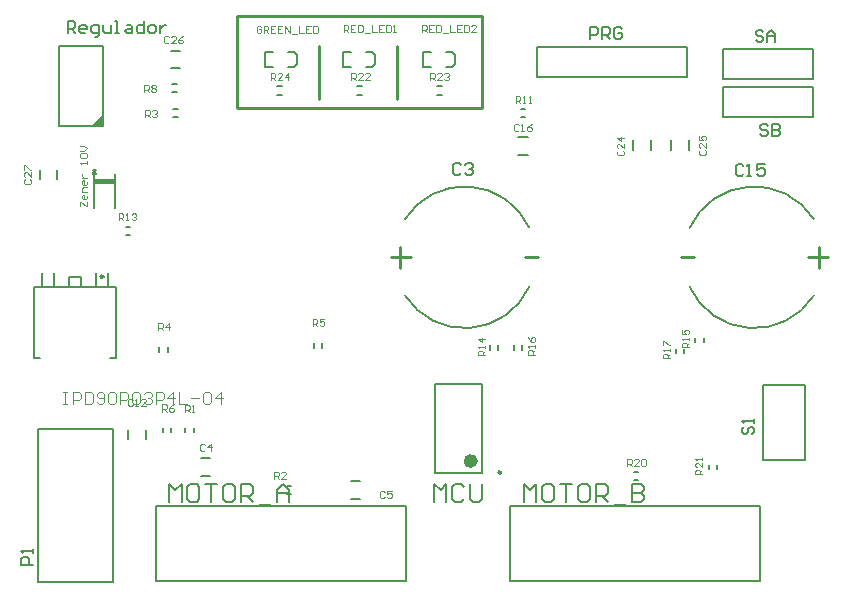
<source format=gbr>
G04 Layer_Color=65535*
%FSLAX42Y42*%
%MOMM*%
%TF.FileFunction,Legend,Top*%
%TF.Part,Single*%
G01*
G75*
%TA.AperFunction,NonConductor*%
%ADD44C,0.25*%
%ADD45C,0.20*%
%ADD46C,0.12*%
%ADD70C,0.60*%
%ADD71C,0.13*%
%ADD72C,0.25*%
%ADD73C,0.15*%
G36*
X735Y4040D02*
X635D01*
X735Y4140D01*
Y4040D01*
D02*
G37*
D44*
X4108Y1105D02*
G03*
X4108Y1105I-12J0D01*
G01*
X741Y2760D02*
G03*
X741Y2760I-12J0D01*
G01*
D45*
X4346Y3175D02*
G03*
X3294Y3248I-546J-250D01*
G01*
Y2602D02*
G03*
X4346Y2675I506J323D01*
G01*
X6756Y3248D02*
G03*
X5704Y3175I-506J-323D01*
G01*
Y2675D02*
G03*
X6756Y2602I546J250D01*
G01*
X6678Y1207D02*
Y1842D01*
X6322D02*
X6678D01*
X6322Y1207D02*
Y1842D01*
Y1207D02*
X6678D01*
X5700Y3835D02*
Y3915D01*
X5550Y3835D02*
Y3915D01*
X5375Y3835D02*
Y3915D01*
X5225Y3835D02*
Y3915D01*
X3550Y1850D02*
X3950D01*
X3550Y1100D02*
X3950D01*
X3550D02*
Y1850D01*
X3950Y1100D02*
Y1850D01*
X2211Y4372D02*
X2251D01*
X2211Y4303D02*
X2251D01*
X5865Y1130D02*
Y1170D01*
X5935Y1130D02*
Y1170D01*
X5230Y1110D02*
X5270D01*
X5230Y1040D02*
X5270D01*
X5988Y4365D02*
X6750D01*
X5988Y4110D02*
Y4365D01*
Y4110D02*
X6750D01*
Y4365D01*
X6747Y4435D02*
Y4690D01*
X5985Y4435D02*
X6747D01*
X5985D02*
Y4690D01*
X6747D01*
X2773Y4663D02*
X2836D01*
X2773Y4537D02*
Y4663D01*
Y4537D02*
X2836D01*
X2964Y4663D02*
X3014D01*
X3040Y4638D01*
Y4562D02*
Y4638D01*
X3014Y4537D02*
X3040Y4562D01*
X2964Y4537D02*
X3014D01*
X3638D02*
X3689D01*
X3715Y4562D01*
Y4638D01*
X3689Y4663D02*
X3715Y4638D01*
X3638Y4663D02*
X3689D01*
X3448Y4537D02*
X3512D01*
X3448D02*
Y4663D01*
X3512D01*
X2303Y4537D02*
X2354D01*
X2380Y4562D01*
Y4638D01*
X2354Y4663D02*
X2380Y4638D01*
X2303Y4663D02*
X2354D01*
X2113Y4537D02*
X2176D01*
X2113D02*
Y4663D01*
X2176D01*
X5681Y4448D02*
Y4702D01*
X4411Y4448D02*
X5681D01*
X4411Y4702D02*
X5681D01*
X4411Y4448D02*
Y4702D01*
X1310Y4675D02*
X1390D01*
X1310Y4525D02*
X1390D01*
X735Y4040D02*
Y4710D01*
X365D02*
X735D01*
X365Y4040D02*
Y4710D01*
Y4040D02*
X735D01*
X183Y179D02*
X818D01*
X183D02*
Y1474D01*
X818D01*
Y179D02*
Y1474D01*
X4183Y818D02*
X6300D01*
X4183Y183D02*
Y818D01*
Y183D02*
X6300D01*
Y818D01*
X3300Y183D02*
Y818D01*
X1182Y183D02*
X3300D01*
X1182D02*
Y818D01*
X3300D01*
X1246Y1443D02*
Y1482D01*
X1316Y1443D02*
Y1482D01*
X950Y1385D02*
Y1465D01*
X1100Y1385D02*
Y1465D01*
X1434Y1443D02*
Y1482D01*
X1504Y1443D02*
Y1482D01*
X1566Y1225D02*
X1646D01*
X1566Y1075D02*
X1646D01*
X1215Y2124D02*
Y2164D01*
X1285Y2124D02*
Y2164D01*
X2833Y881D02*
X2912D01*
X2833Y1031D02*
X2912D01*
X2292Y991D02*
X2333D01*
X2292Y921D02*
X2333D01*
X5590Y2111D02*
Y2151D01*
X5660Y2111D02*
Y2151D01*
X5753Y2205D02*
Y2245D01*
X5822Y2205D02*
Y2245D01*
X4015Y2142D02*
Y2183D01*
X4085Y2142D02*
Y2183D01*
X4215Y2142D02*
Y2183D01*
X4285Y2142D02*
Y2183D01*
X2521Y2161D02*
Y2201D01*
X2591Y2161D02*
Y2201D01*
X4254Y3794D02*
X4334D01*
X4254Y3944D02*
X4334D01*
X4274Y4109D02*
X4314D01*
X4274Y4179D02*
X4314D01*
X3567Y4372D02*
X3608D01*
X3567Y4303D02*
X3608D01*
X2892Y4372D02*
X2933D01*
X2892Y4303D02*
X2933D01*
X1330Y4109D02*
X1370D01*
X1330Y4179D02*
X1370D01*
X1324Y4391D02*
X1364D01*
X1324Y4321D02*
X1364D01*
X350Y3585D02*
Y3665D01*
X200Y3585D02*
Y3665D01*
X930Y3115D02*
X970D01*
X930Y3185D02*
X970D01*
X4300Y850D02*
Y1002D01*
X4351Y952D01*
X4402Y1002D01*
Y850D01*
X4529Y1002D02*
X4478D01*
X4452Y977D01*
Y875D01*
X4478Y850D01*
X4529D01*
X4554Y875D01*
Y977D01*
X4529Y1002D01*
X4605D02*
X4706D01*
X4655D01*
Y850D01*
X4833Y1002D02*
X4782D01*
X4757Y977D01*
Y875D01*
X4782Y850D01*
X4833D01*
X4859Y875D01*
Y977D01*
X4833Y1002D01*
X4909Y850D02*
Y1002D01*
X4986D01*
X5011Y977D01*
Y926D01*
X4986Y901D01*
X4909D01*
X4960D02*
X5011Y850D01*
X5062Y825D02*
X5163D01*
X5214Y1002D02*
Y850D01*
X5290D01*
X5316Y875D01*
Y901D01*
X5290Y926D01*
X5214D01*
X5290D01*
X5316Y952D01*
Y977D01*
X5290Y1002D01*
X5214D01*
X1300Y850D02*
Y1002D01*
X1351Y952D01*
X1402Y1002D01*
Y850D01*
X1529Y1002D02*
X1478D01*
X1452Y977D01*
Y875D01*
X1478Y850D01*
X1529D01*
X1554Y875D01*
Y977D01*
X1529Y1002D01*
X1605D02*
X1706D01*
X1655D01*
Y850D01*
X1833Y1002D02*
X1782D01*
X1757Y977D01*
Y875D01*
X1782Y850D01*
X1833D01*
X1859Y875D01*
Y977D01*
X1833Y1002D01*
X1909Y850D02*
Y1002D01*
X1986D01*
X2011Y977D01*
Y926D01*
X1986Y901D01*
X1909D01*
X1960D02*
X2011Y850D01*
X2062Y825D02*
X2163D01*
X2214Y850D02*
Y952D01*
X2265Y1002D01*
X2316Y952D01*
Y850D01*
Y926D01*
X2214D01*
X3544Y856D02*
Y1009D01*
X3595Y958D01*
X3645Y1009D01*
Y856D01*
X3798Y983D02*
X3772Y1009D01*
X3721D01*
X3696Y983D01*
Y882D01*
X3721Y856D01*
X3772D01*
X3798Y882D01*
X3848Y1009D02*
Y882D01*
X3874Y856D01*
X3925D01*
X3950Y882D01*
Y1009D01*
D46*
X540Y3356D02*
Y3396D01*
X550D01*
X590Y3356D01*
X600D01*
Y3396D01*
Y3446D02*
Y3426D01*
X590Y3416D01*
X570D01*
X560Y3426D01*
Y3446D01*
X570Y3456D01*
X580D01*
Y3416D01*
X600Y3476D02*
X560D01*
Y3506D01*
X570Y3516D01*
X600D01*
Y3566D02*
Y3546D01*
X590Y3536D01*
X570D01*
X560Y3546D01*
Y3566D01*
X570Y3576D01*
X580D01*
Y3536D01*
X560Y3596D02*
X600D01*
X580D01*
X570Y3606D01*
X560Y3616D01*
Y3626D01*
X600Y3716D02*
Y3736D01*
Y3726D01*
X540D01*
X550Y3716D01*
Y3766D02*
X540Y3776D01*
Y3796D01*
X550Y3806D01*
X590D01*
X600Y3796D01*
Y3776D01*
X590Y3766D01*
X550D01*
X540Y3826D02*
X580D01*
X600Y3846D01*
X580Y3866D01*
X540D01*
X3438Y4831D02*
Y4891D01*
X3467D01*
X3477Y4881D01*
Y4861D01*
X3467Y4851D01*
X3438D01*
X3457D02*
X3477Y4831D01*
X3537Y4891D02*
X3497D01*
Y4831D01*
X3537D01*
X3497Y4861D02*
X3517D01*
X3557Y4891D02*
Y4831D01*
X3587D01*
X3597Y4841D01*
Y4881D01*
X3587Y4891D01*
X3557D01*
X3617Y4821D02*
X3657D01*
X3677Y4891D02*
Y4831D01*
X3717D01*
X3777Y4891D02*
X3737D01*
Y4831D01*
X3777D01*
X3737Y4861D02*
X3757D01*
X3797Y4891D02*
Y4831D01*
X3827D01*
X3837Y4841D01*
Y4881D01*
X3827Y4891D01*
X3797D01*
X3897Y4831D02*
X3857D01*
X3897Y4871D01*
Y4881D01*
X3887Y4891D01*
X3867D01*
X3857Y4881D01*
X2775Y4831D02*
Y4891D01*
X2805D01*
X2815Y4881D01*
Y4861D01*
X2805Y4851D01*
X2775D01*
X2795D02*
X2815Y4831D01*
X2875Y4891D02*
X2835D01*
Y4831D01*
X2875D01*
X2835Y4861D02*
X2855D01*
X2895Y4891D02*
Y4831D01*
X2925D01*
X2935Y4841D01*
Y4881D01*
X2925Y4891D01*
X2895D01*
X2955Y4821D02*
X2995D01*
X3015Y4891D02*
Y4831D01*
X3055D01*
X3115Y4891D02*
X3075D01*
Y4831D01*
X3115D01*
X3075Y4861D02*
X3095D01*
X3135Y4891D02*
Y4831D01*
X3165D01*
X3175Y4841D01*
Y4881D01*
X3165Y4891D01*
X3135D01*
X3195Y4831D02*
X3215D01*
X3205D01*
Y4891D01*
X3195Y4881D01*
X2156Y4425D02*
Y4485D01*
X2186D01*
X2196Y4475D01*
Y4455D01*
X2186Y4445D01*
X2156D01*
X2176D02*
X2196Y4425D01*
X2256D02*
X2216D01*
X2256Y4465D01*
Y4475D01*
X2246Y4485D01*
X2226D01*
X2216Y4475D01*
X2306Y4425D02*
Y4485D01*
X2276Y4455D01*
X2316D01*
X3506Y4425D02*
Y4485D01*
X3536D01*
X3546Y4475D01*
Y4455D01*
X3536Y4445D01*
X3506D01*
X3526D02*
X3546Y4425D01*
X3606D02*
X3566D01*
X3606Y4465D01*
Y4475D01*
X3596Y4485D01*
X3576D01*
X3566Y4475D01*
X3626D02*
X3636Y4485D01*
X3656D01*
X3666Y4475D01*
Y4465D01*
X3656Y4455D01*
X3646D01*
X3656D01*
X3666Y4445D01*
Y4435D01*
X3656Y4425D01*
X3636D01*
X3626Y4435D01*
X2838Y4425D02*
Y4485D01*
X2867D01*
X2877Y4475D01*
Y4455D01*
X2867Y4445D01*
X2838D01*
X2857D02*
X2877Y4425D01*
X2937D02*
X2897D01*
X2937Y4465D01*
Y4475D01*
X2927Y4485D01*
X2907D01*
X2897Y4475D01*
X2997Y4425D02*
X2957D01*
X2997Y4465D01*
Y4475D01*
X2987Y4485D01*
X2967D01*
X2957Y4475D01*
X5812Y1088D02*
X5753D01*
Y1117D01*
X5763Y1127D01*
X5783D01*
X5793Y1117D01*
Y1088D01*
Y1107D02*
X5812Y1127D01*
Y1187D02*
Y1147D01*
X5773Y1187D01*
X5763D01*
X5753Y1177D01*
Y1157D01*
X5763Y1147D01*
X5812Y1207D02*
Y1227D01*
Y1217D01*
X5753D01*
X5763Y1207D01*
X5175Y1156D02*
Y1216D01*
X5205D01*
X5215Y1206D01*
Y1186D01*
X5205Y1176D01*
X5175D01*
X5195D02*
X5215Y1156D01*
X5275D02*
X5235D01*
X5275Y1196D01*
Y1206D01*
X5265Y1216D01*
X5245D01*
X5235Y1206D01*
X5295D02*
X5305Y1216D01*
X5325D01*
X5335Y1206D01*
Y1166D01*
X5325Y1156D01*
X5305D01*
X5295Y1166D01*
Y1206D01*
X5538Y2069D02*
X5478D01*
Y2099D01*
X5488Y2109D01*
X5508D01*
X5518Y2099D01*
Y2069D01*
Y2089D02*
X5538Y2109D01*
Y2129D02*
Y2149D01*
Y2139D01*
X5478D01*
X5488Y2129D01*
X5478Y2179D02*
Y2219D01*
X5488D01*
X5528Y2179D01*
X5538D01*
X4394Y2100D02*
X4334D01*
Y2130D01*
X4344Y2140D01*
X4364D01*
X4374Y2130D01*
Y2100D01*
Y2120D02*
X4394Y2140D01*
Y2160D02*
Y2180D01*
Y2170D01*
X4334D01*
X4344Y2160D01*
X4334Y2250D02*
X4344Y2230D01*
X4364Y2210D01*
X4384D01*
X4394Y2220D01*
Y2240D01*
X4384Y2250D01*
X4374D01*
X4364Y2240D01*
Y2210D01*
X5700Y2162D02*
X5640D01*
Y2192D01*
X5650Y2202D01*
X5670D01*
X5680Y2192D01*
Y2162D01*
Y2182D02*
X5700Y2202D01*
Y2222D02*
Y2242D01*
Y2232D01*
X5640D01*
X5650Y2222D01*
X5640Y2312D02*
Y2272D01*
X5670D01*
X5660Y2292D01*
Y2302D01*
X5670Y2312D01*
X5690D01*
X5700Y2302D01*
Y2282D01*
X5690Y2272D01*
X3975Y2094D02*
X3915D01*
Y2124D01*
X3925Y2134D01*
X3945D01*
X3955Y2124D01*
Y2094D01*
Y2114D02*
X3975Y2134D01*
Y2154D02*
Y2174D01*
Y2164D01*
X3915D01*
X3925Y2154D01*
X3975Y2234D02*
X3915D01*
X3945Y2204D01*
Y2244D01*
X869Y3238D02*
Y3297D01*
X899D01*
X909Y3287D01*
Y3267D01*
X899Y3257D01*
X869D01*
X889D02*
X909Y3238D01*
X929D02*
X949D01*
X939D01*
Y3297D01*
X929Y3287D01*
X979D02*
X989Y3297D01*
X1009D01*
X1019Y3287D01*
Y3277D01*
X1009Y3267D01*
X999D01*
X1009D01*
X1019Y3257D01*
Y3247D01*
X1009Y3238D01*
X989D01*
X979Y3247D01*
X4231Y4231D02*
Y4291D01*
X4261D01*
X4271Y4281D01*
Y4261D01*
X4261Y4251D01*
X4231D01*
X4251D02*
X4271Y4231D01*
X4291D02*
X4311D01*
X4301D01*
Y4291D01*
X4291Y4281D01*
X4341Y4231D02*
X4361D01*
X4351D01*
Y4291D01*
X4341Y4281D01*
X1088Y4325D02*
Y4385D01*
X1117D01*
X1127Y4375D01*
Y4355D01*
X1117Y4345D01*
X1088D01*
X1107D02*
X1127Y4325D01*
X1147Y4375D02*
X1157Y4385D01*
X1177D01*
X1187Y4375D01*
Y4365D01*
X1177Y4355D01*
X1187Y4345D01*
Y4335D01*
X1177Y4325D01*
X1157D01*
X1147Y4335D01*
Y4345D01*
X1157Y4355D01*
X1147Y4365D01*
Y4375D01*
X1157Y4355D02*
X1177D01*
X1238Y1619D02*
Y1679D01*
X1267D01*
X1277Y1669D01*
Y1649D01*
X1267Y1639D01*
X1238D01*
X1257D02*
X1277Y1619D01*
X1337Y1679D02*
X1317Y1669D01*
X1297Y1649D01*
Y1629D01*
X1307Y1619D01*
X1327D01*
X1337Y1629D01*
Y1639D01*
X1327Y1649D01*
X1297D01*
X2512Y2344D02*
Y2404D01*
X2542D01*
X2552Y2394D01*
Y2374D01*
X2542Y2364D01*
X2512D01*
X2532D02*
X2552Y2344D01*
X2612Y2404D02*
X2572D01*
Y2374D01*
X2592Y2384D01*
X2602D01*
X2612Y2374D01*
Y2354D01*
X2602Y2344D01*
X2582D01*
X2572Y2354D01*
X1206Y2306D02*
Y2366D01*
X1236D01*
X1246Y2356D01*
Y2336D01*
X1236Y2326D01*
X1206D01*
X1226D02*
X1246Y2306D01*
X1296D02*
Y2366D01*
X1266Y2336D01*
X1306D01*
X1094Y4112D02*
Y4172D01*
X1124D01*
X1134Y4162D01*
Y4142D01*
X1124Y4132D01*
X1094D01*
X1114D02*
X1134Y4112D01*
X1154Y4162D02*
X1164Y4172D01*
X1184D01*
X1194Y4162D01*
Y4152D01*
X1184Y4142D01*
X1174D01*
X1184D01*
X1194Y4132D01*
Y4122D01*
X1184Y4112D01*
X1164D01*
X1154Y4122D01*
X2188Y1050D02*
Y1110D01*
X2217D01*
X2227Y1100D01*
Y1080D01*
X2217Y1070D01*
X2188D01*
X2207D02*
X2227Y1050D01*
X2287D02*
X2247D01*
X2287Y1090D01*
Y1100D01*
X2277Y1110D01*
X2257D01*
X2247Y1100D01*
X1431Y1612D02*
Y1672D01*
X1461D01*
X1471Y1662D01*
Y1642D01*
X1461Y1632D01*
X1431D01*
X1451D02*
X1471Y1612D01*
X1491D02*
X1511D01*
X1501D01*
Y1672D01*
X1491Y1662D01*
X400Y1781D02*
X433D01*
X417D01*
Y1681D01*
X400D01*
X433D01*
X483D02*
Y1781D01*
X533D01*
X550Y1765D01*
Y1731D01*
X533Y1715D01*
X483D01*
X583Y1781D02*
Y1681D01*
X633D01*
X650Y1698D01*
Y1765D01*
X633Y1781D01*
X583D01*
X683Y1698D02*
X700Y1681D01*
X733D01*
X750Y1698D01*
Y1765D01*
X733Y1781D01*
X700D01*
X683Y1765D01*
Y1748D01*
X700Y1731D01*
X750D01*
X783Y1765D02*
X800Y1781D01*
X833D01*
X850Y1765D01*
Y1698D01*
X833Y1681D01*
X800D01*
X783Y1698D01*
Y1765D01*
X883Y1681D02*
Y1781D01*
X933D01*
X950Y1765D01*
Y1731D01*
X933Y1715D01*
X883D01*
X983Y1765D02*
X1000Y1781D01*
X1033D01*
X1050Y1765D01*
Y1698D01*
X1033Y1681D01*
X1000D01*
X983Y1698D01*
Y1765D01*
X1083D02*
X1100Y1781D01*
X1133D01*
X1150Y1765D01*
Y1748D01*
X1133Y1731D01*
X1116D01*
X1133D01*
X1150Y1715D01*
Y1698D01*
X1133Y1681D01*
X1100D01*
X1083Y1698D01*
X1183Y1681D02*
Y1781D01*
X1233D01*
X1250Y1765D01*
Y1731D01*
X1233Y1715D01*
X1183D01*
X1333Y1681D02*
Y1781D01*
X1283Y1731D01*
X1350D01*
X1383Y1781D02*
Y1681D01*
X1450D01*
X1483Y1731D02*
X1550D01*
X1583Y1765D02*
X1600Y1781D01*
X1633D01*
X1650Y1765D01*
Y1698D01*
X1633Y1681D01*
X1600D01*
X1583Y1698D01*
Y1765D01*
X1733Y1681D02*
Y1781D01*
X1683Y1731D01*
X1750D01*
X2077Y4875D02*
X2067Y4885D01*
X2047D01*
X2038Y4875D01*
Y4835D01*
X2047Y4825D01*
X2067D01*
X2077Y4835D01*
Y4855D01*
X2057D01*
X2097Y4825D02*
Y4885D01*
X2127D01*
X2137Y4875D01*
Y4855D01*
X2127Y4845D01*
X2097D01*
X2117D02*
X2137Y4825D01*
X2197Y4885D02*
X2157D01*
Y4825D01*
X2197D01*
X2157Y4855D02*
X2177D01*
X2257Y4885D02*
X2217D01*
Y4825D01*
X2257D01*
X2217Y4855D02*
X2237D01*
X2277Y4825D02*
Y4885D01*
X2317Y4825D01*
Y4885D01*
X2337Y4815D02*
X2377D01*
X2397Y4885D02*
Y4825D01*
X2437D01*
X2497Y4885D02*
X2457D01*
Y4825D01*
X2497D01*
X2457Y4855D02*
X2477D01*
X2517Y4885D02*
Y4825D01*
X2547D01*
X2557Y4835D01*
Y4875D01*
X2547Y4885D01*
X2517D01*
X5794Y3834D02*
X5784Y3824D01*
Y3804D01*
X5794Y3794D01*
X5834D01*
X5844Y3804D01*
Y3824D01*
X5834Y3834D01*
X5844Y3894D02*
Y3854D01*
X5804Y3894D01*
X5794D01*
X5784Y3884D01*
Y3864D01*
X5794Y3854D01*
X5784Y3954D02*
Y3914D01*
X5814D01*
X5804Y3934D01*
Y3944D01*
X5814Y3954D01*
X5834D01*
X5844Y3944D01*
Y3924D01*
X5834Y3914D01*
X5100Y3827D02*
X5090Y3817D01*
Y3797D01*
X5100Y3788D01*
X5140D01*
X5150Y3797D01*
Y3817D01*
X5140Y3827D01*
X5150Y3887D02*
Y3847D01*
X5110Y3887D01*
X5100D01*
X5090Y3877D01*
Y3857D01*
X5100Y3847D01*
X5150Y3937D02*
X5090D01*
X5120Y3907D01*
Y3947D01*
X4259Y4044D02*
X4249Y4054D01*
X4229D01*
X4219Y4044D01*
Y4004D01*
X4229Y3994D01*
X4249D01*
X4259Y4004D01*
X4279Y3994D02*
X4299D01*
X4289D01*
Y4054D01*
X4279Y4044D01*
X4369Y4054D02*
X4349Y4044D01*
X4329Y4024D01*
Y4004D01*
X4339Y3994D01*
X4359D01*
X4369Y4004D01*
Y4014D01*
X4359Y4024D01*
X4329D01*
X990Y1719D02*
X980Y1729D01*
X960D01*
X950Y1719D01*
Y1679D01*
X960Y1669D01*
X980D01*
X990Y1679D01*
X1010Y1669D02*
X1030D01*
X1020D01*
Y1729D01*
X1010Y1719D01*
X1100Y1669D02*
X1060D01*
X1100Y1709D01*
Y1719D01*
X1090Y1729D01*
X1070D01*
X1060Y1719D01*
X3121Y937D02*
X3111Y947D01*
X3091D01*
X3081Y937D01*
Y897D01*
X3091Y888D01*
X3111D01*
X3121Y897D01*
X3181Y947D02*
X3141D01*
Y917D01*
X3161Y927D01*
X3171D01*
X3181Y917D01*
Y897D01*
X3171Y888D01*
X3151D01*
X3141Y897D01*
X1602Y1337D02*
X1592Y1347D01*
X1572D01*
X1562Y1337D01*
Y1297D01*
X1572Y1288D01*
X1592D01*
X1602Y1297D01*
X1652Y1288D02*
Y1347D01*
X1622Y1317D01*
X1662D01*
X1296Y4787D02*
X1286Y4797D01*
X1266D01*
X1256Y4787D01*
Y4747D01*
X1266Y4738D01*
X1286D01*
X1296Y4747D01*
X1356Y4738D02*
X1316D01*
X1356Y4777D01*
Y4787D01*
X1346Y4797D01*
X1326D01*
X1316Y4787D01*
X1416Y4797D02*
X1396Y4787D01*
X1376Y4767D01*
Y4747D01*
X1386Y4738D01*
X1406D01*
X1416Y4747D01*
Y4757D01*
X1406Y4767D01*
X1376D01*
X81Y3584D02*
X71Y3574D01*
Y3554D01*
X81Y3544D01*
X121D01*
X131Y3554D01*
Y3574D01*
X121Y3584D01*
X131Y3644D02*
Y3604D01*
X91Y3644D01*
X81D01*
X71Y3634D01*
Y3614D01*
X81Y3604D01*
X71Y3664D02*
Y3704D01*
X81D01*
X121Y3664D01*
X131D01*
D70*
X3880Y1200D02*
G03*
X3880Y1200I-30J0D01*
G01*
D71*
X665Y3578D02*
X835D01*
X665Y3558D02*
X835D01*
Y3342D02*
Y3633D01*
X665Y3343D02*
Y3633D01*
Y3567D02*
X835D01*
X665Y3633D02*
Y3662D01*
X680Y3633D01*
X650D02*
X665Y3662D01*
X650Y3633D02*
X680D01*
X650Y3662D02*
X680D01*
X850Y2075D02*
Y2675D01*
X150Y2075D02*
Y2675D01*
X780D02*
Y2795D01*
X680Y2675D02*
X780D01*
X680D02*
Y2795D01*
X450Y2755D02*
X550D01*
X450Y2675D02*
Y2755D01*
Y2675D02*
X550D01*
Y2755D01*
X220Y2675D02*
Y2795D01*
Y2675D02*
X320D01*
Y2795D01*
X150Y2675D02*
X850D01*
X150Y2075D02*
X200D01*
X800D02*
X850D01*
D72*
X4308Y2925D02*
X4422D01*
X3254Y2836D02*
Y3014D01*
X3178Y2925D02*
X3343D01*
X6707D02*
X6872D01*
X6796Y2836D02*
Y3014D01*
X5628Y2925D02*
X5742D01*
X1869Y4188D02*
Y4962D01*
Y4188D02*
X1869Y4188D01*
X3950D01*
Y4969D01*
X1869D02*
X3950D01*
X2562Y4269D02*
Y4712D01*
X3225Y4269D02*
Y4712D01*
D73*
X6167Y1492D02*
X6150Y1475D01*
Y1442D01*
X6167Y1425D01*
X6183D01*
X6200Y1442D01*
Y1475D01*
X6217Y1492D01*
X6233D01*
X6250Y1475D01*
Y1442D01*
X6233Y1425D01*
X6250Y1525D02*
Y1558D01*
Y1542D01*
X6150D01*
X6167Y1525D01*
X438Y4825D02*
Y4925D01*
X487D01*
X504Y4908D01*
Y4875D01*
X487Y4858D01*
X438D01*
X471D02*
X504Y4825D01*
X587D02*
X554D01*
X537Y4842D01*
Y4875D01*
X554Y4892D01*
X587D01*
X604Y4875D01*
Y4858D01*
X537D01*
X671Y4792D02*
X687D01*
X704Y4808D01*
Y4892D01*
X654D01*
X637Y4875D01*
Y4842D01*
X654Y4825D01*
X704D01*
X737Y4892D02*
Y4842D01*
X754Y4825D01*
X804D01*
Y4892D01*
X837Y4825D02*
X871D01*
X854D01*
Y4925D01*
X837D01*
X937Y4892D02*
X971D01*
X987Y4875D01*
Y4825D01*
X937D01*
X921Y4842D01*
X937Y4858D01*
X987D01*
X1087Y4925D02*
Y4825D01*
X1037D01*
X1021Y4842D01*
Y4875D01*
X1037Y4892D01*
X1087D01*
X1137Y4825D02*
X1171D01*
X1187Y4842D01*
Y4875D01*
X1171Y4892D01*
X1137D01*
X1121Y4875D01*
Y4842D01*
X1137Y4825D01*
X1221Y4892D02*
Y4825D01*
Y4858D01*
X1237Y4875D01*
X1254Y4892D01*
X1271D01*
X4862Y4775D02*
Y4875D01*
X4912D01*
X4929Y4858D01*
Y4825D01*
X4912Y4808D01*
X4862D01*
X4962Y4775D02*
Y4875D01*
X5012D01*
X5029Y4858D01*
Y4825D01*
X5012Y4808D01*
X4962D01*
X4996D02*
X5029Y4775D01*
X5129Y4858D02*
X5112Y4875D01*
X5079D01*
X5062Y4858D01*
Y4792D01*
X5079Y4775D01*
X5112D01*
X5129Y4792D01*
Y4825D01*
X5096D01*
X144Y319D02*
X44D01*
Y369D01*
X60Y385D01*
X94D01*
X110Y369D01*
Y319D01*
X144Y419D02*
Y452D01*
Y435D01*
X44D01*
X60Y419D01*
X3767Y3708D02*
X3750Y3725D01*
X3717D01*
X3700Y3708D01*
Y3642D01*
X3717Y3625D01*
X3750D01*
X3767Y3642D01*
X3800Y3708D02*
X3817Y3725D01*
X3850D01*
X3867Y3708D01*
Y3692D01*
X3850Y3675D01*
X3833D01*
X3850D01*
X3867Y3658D01*
Y3642D01*
X3850Y3625D01*
X3817D01*
X3800Y3642D01*
X6329Y4833D02*
X6312Y4850D01*
X6279D01*
X6262Y4833D01*
Y4817D01*
X6279Y4800D01*
X6312D01*
X6329Y4783D01*
Y4767D01*
X6312Y4750D01*
X6279D01*
X6262Y4767D01*
X6362Y4750D02*
Y4817D01*
X6396Y4850D01*
X6429Y4817D01*
Y4750D01*
Y4800D01*
X6362D01*
X6367Y4033D02*
X6350Y4050D01*
X6317D01*
X6300Y4033D01*
Y4017D01*
X6317Y4000D01*
X6350D01*
X6367Y3983D01*
Y3967D01*
X6350Y3950D01*
X6317D01*
X6300Y3967D01*
X6400Y4050D02*
Y3950D01*
X6450D01*
X6467Y3967D01*
Y3983D01*
X6450Y4000D01*
X6400D01*
X6450D01*
X6467Y4017D01*
Y4033D01*
X6450Y4050D01*
X6400D01*
X6160Y3696D02*
X6144Y3712D01*
X6110D01*
X6094Y3696D01*
Y3629D01*
X6110Y3612D01*
X6144D01*
X6160Y3629D01*
X6194Y3612D02*
X6227D01*
X6210D01*
Y3712D01*
X6194Y3696D01*
X6344Y3712D02*
X6277D01*
Y3662D01*
X6310Y3679D01*
X6327D01*
X6344Y3662D01*
Y3629D01*
X6327Y3612D01*
X6294D01*
X6277Y3629D01*
%TF.MD5,cea7360d8b9b1dc21d28e007220df83a*%
M02*

</source>
